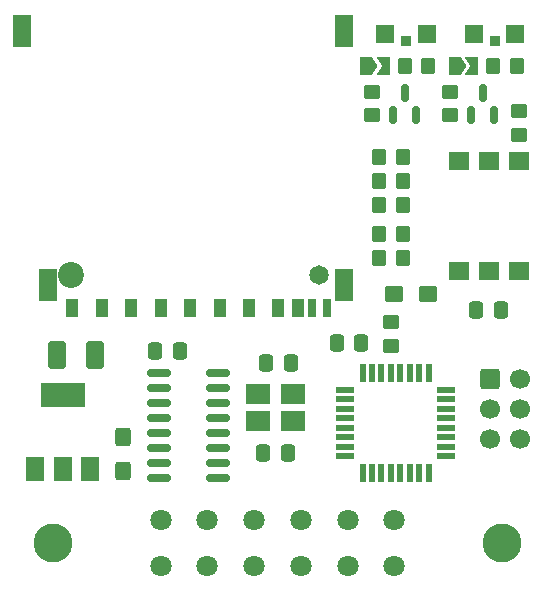
<source format=gbr>
%TF.GenerationSoftware,KiCad,Pcbnew,7.0.8*%
%TF.CreationDate,2023-11-03T15:22:21-05:00*%
%TF.ProjectId,tapecart-sd-vertical,74617065-6361-4727-942d-73642d766572,rev?*%
%TF.SameCoordinates,Original*%
%TF.FileFunction,Soldermask,Top*%
%TF.FilePolarity,Negative*%
%FSLAX46Y46*%
G04 Gerber Fmt 4.6, Leading zero omitted, Abs format (unit mm)*
G04 Created by KiCad (PCBNEW 7.0.8) date 2023-11-03 15:22:21*
%MOMM*%
%LPD*%
G01*
G04 APERTURE LIST*
G04 Aperture macros list*
%AMRoundRect*
0 Rectangle with rounded corners*
0 $1 Rounding radius*
0 $2 $3 $4 $5 $6 $7 $8 $9 X,Y pos of 4 corners*
0 Add a 4 corners polygon primitive as box body*
4,1,4,$2,$3,$4,$5,$6,$7,$8,$9,$2,$3,0*
0 Add four circle primitives for the rounded corners*
1,1,$1+$1,$2,$3*
1,1,$1+$1,$4,$5*
1,1,$1+$1,$6,$7*
1,1,$1+$1,$8,$9*
0 Add four rect primitives between the rounded corners*
20,1,$1+$1,$2,$3,$4,$5,0*
20,1,$1+$1,$4,$5,$6,$7,0*
20,1,$1+$1,$6,$7,$8,$9,0*
20,1,$1+$1,$8,$9,$2,$3,0*%
%AMFreePoly0*
4,1,6,1.000000,0.000000,0.500000,-0.750000,-0.500000,-0.750000,-0.500000,0.750000,0.500000,0.750000,1.000000,0.000000,1.000000,0.000000,$1*%
%AMFreePoly1*
4,1,6,0.500000,-0.750000,-0.650000,-0.750000,-0.150000,0.000000,-0.650000,0.750000,0.500000,0.750000,0.500000,-0.750000,0.500000,-0.750000,$1*%
G04 Aperture macros list end*
%ADD10R,1.600000X0.550000*%
%ADD11R,0.550000X1.600000*%
%ADD12RoundRect,0.250000X0.425000X-0.537500X0.425000X0.537500X-0.425000X0.537500X-0.425000X-0.537500X0*%
%ADD13RoundRect,0.150000X0.150000X-0.587500X0.150000X0.587500X-0.150000X0.587500X-0.150000X-0.587500X0*%
%ADD14RoundRect,0.250000X0.350000X0.450000X-0.350000X0.450000X-0.350000X-0.450000X0.350000X-0.450000X0*%
%ADD15RoundRect,0.250000X0.337500X0.475000X-0.337500X0.475000X-0.337500X-0.475000X0.337500X-0.475000X0*%
%ADD16RoundRect,0.250000X-0.450000X0.350000X-0.450000X-0.350000X0.450000X-0.350000X0.450000X0.350000X0*%
%ADD17FreePoly0,0.000000*%
%ADD18FreePoly1,0.000000*%
%ADD19R,0.900000X0.900000*%
%ADD20R,1.500000X1.500000*%
%ADD21R,2.100000X1.800000*%
%ADD22R,1.000000X1.500000*%
%ADD23R,0.700000X1.500000*%
%ADD24R,1.500000X2.800000*%
%ADD25C,1.650000*%
%ADD26C,2.200000*%
%ADD27RoundRect,0.250000X-0.537500X-0.425000X0.537500X-0.425000X0.537500X0.425000X-0.537500X0.425000X0*%
%ADD28RoundRect,0.250000X-0.600000X-0.600000X0.600000X-0.600000X0.600000X0.600000X-0.600000X0.600000X0*%
%ADD29C,1.700000*%
%ADD30RoundRect,0.250001X0.499999X0.924999X-0.499999X0.924999X-0.499999X-0.924999X0.499999X-0.924999X0*%
%ADD31R,1.780000X1.520000*%
%ADD32R,1.500000X2.000000*%
%ADD33R,3.800000X2.000000*%
%ADD34RoundRect,0.150000X-0.825000X-0.150000X0.825000X-0.150000X0.825000X0.150000X-0.825000X0.150000X0*%
%ADD35C,3.300000*%
%ADD36C,1.800000*%
G04 APERTURE END LIST*
D10*
%TO.C,U1*%
X162755000Y-115056000D03*
X162755000Y-115856000D03*
X162755000Y-116656000D03*
X162755000Y-117456000D03*
X162755000Y-118256000D03*
X162755000Y-119056000D03*
X162755000Y-119856000D03*
X162755000Y-120656000D03*
D11*
X164205000Y-122106000D03*
X165005000Y-122106000D03*
X165805000Y-122106000D03*
X166605000Y-122106000D03*
X167405000Y-122106000D03*
X168205000Y-122106000D03*
X169005000Y-122106000D03*
X169805000Y-122106000D03*
D10*
X171255000Y-120656000D03*
X171255000Y-119856000D03*
X171255000Y-119056000D03*
X171255000Y-118256000D03*
X171255000Y-117456000D03*
X171255000Y-116656000D03*
X171255000Y-115856000D03*
X171255000Y-115056000D03*
D11*
X169805000Y-113606000D03*
X169005000Y-113606000D03*
X168205000Y-113606000D03*
X167405000Y-113606000D03*
X166605000Y-113606000D03*
X165805000Y-113606000D03*
X165005000Y-113606000D03*
X164205000Y-113606000D03*
%TD*%
D12*
%TO.C,C7*%
X143891000Y-121960500D03*
X143891000Y-119085500D03*
%TD*%
D13*
%TO.C,Q2*%
X173421000Y-91791000D03*
X175321000Y-91791000D03*
X174371000Y-89916000D03*
%TD*%
D14*
%TO.C,R9*%
X167624000Y-101854000D03*
X165624000Y-101854000D03*
%TD*%
D15*
%TO.C,C6*%
X148738500Y-111760000D03*
X146663500Y-111760000D03*
%TD*%
D16*
%TO.C,R2*%
X164973000Y-89805000D03*
X164973000Y-91805000D03*
%TD*%
D14*
%TO.C,R4*%
X169783000Y-87630000D03*
X167783000Y-87630000D03*
%TD*%
D17*
%TO.C,JP2*%
X172032000Y-87630000D03*
D18*
X173482000Y-87630000D03*
%TD*%
D14*
%TO.C,R11*%
X167624000Y-95377000D03*
X165624000Y-95377000D03*
%TD*%
D19*
%TO.C,D1*%
X167894000Y-85513000D03*
D20*
X169644000Y-84963000D03*
X166144000Y-84963000D03*
%TD*%
D15*
%TO.C,C2*%
X158136500Y-112776000D03*
X156061500Y-112776000D03*
%TD*%
D14*
%TO.C,R5*%
X177276000Y-87630000D03*
X175276000Y-87630000D03*
%TD*%
D17*
%TO.C,JP1*%
X164539000Y-87630000D03*
D18*
X165989000Y-87630000D03*
%TD*%
D16*
%TO.C,R1*%
X166624000Y-109347000D03*
X166624000Y-111347000D03*
%TD*%
D13*
%TO.C,Q1*%
X166817000Y-91791000D03*
X168717000Y-91791000D03*
X167767000Y-89916000D03*
%TD*%
D21*
%TO.C,Y1*%
X155395000Y-117736000D03*
X158295000Y-117736000D03*
X158295000Y-115436000D03*
X155395000Y-115436000D03*
%TD*%
D14*
%TO.C,R8*%
X167624000Y-99441000D03*
X165624000Y-99441000D03*
%TD*%
D22*
%TO.C,J3*%
X142131000Y-108146000D03*
X144631000Y-108146000D03*
X147131000Y-108146000D03*
X149631000Y-108146000D03*
X152131000Y-108146000D03*
X154631000Y-108146000D03*
X157061000Y-108146000D03*
X158761000Y-108146000D03*
X139631000Y-108146000D03*
D23*
X159961000Y-108146000D03*
X161161000Y-108146000D03*
D24*
X162656000Y-84646000D03*
X135356000Y-84646000D03*
X162656000Y-106146000D03*
X137556000Y-106146000D03*
D25*
X160506000Y-105346000D03*
D26*
X139506000Y-105346000D03*
%TD*%
D27*
%TO.C,C5*%
X166837500Y-106934000D03*
X169712500Y-106934000D03*
%TD*%
D28*
%TO.C,J2*%
X175006000Y-114173000D03*
D29*
X177546000Y-114173000D03*
X175006000Y-116713000D03*
X177546000Y-116713000D03*
X175006000Y-119253000D03*
X177546000Y-119253000D03*
%TD*%
D14*
%TO.C,R7*%
X167624000Y-97409000D03*
X165624000Y-97409000D03*
%TD*%
D16*
%TO.C,R6*%
X177419000Y-91456000D03*
X177419000Y-93456000D03*
%TD*%
D30*
%TO.C,C8*%
X141579000Y-112141000D03*
X138329000Y-112141000D03*
%TD*%
D15*
%TO.C,C1*%
X175916500Y-108331000D03*
X173841500Y-108331000D03*
%TD*%
D16*
%TO.C,R3*%
X171577000Y-89805000D03*
X171577000Y-91805000D03*
%TD*%
D14*
%TO.C,R10*%
X167624000Y-103886000D03*
X165624000Y-103886000D03*
%TD*%
D19*
%TO.C,D2*%
X175387000Y-85513000D03*
D20*
X177137000Y-84963000D03*
X173637000Y-84963000D03*
%TD*%
D31*
%TO.C,OK1*%
X177419000Y-95685000D03*
X174879000Y-95685000D03*
X172339000Y-95685000D03*
X172339000Y-104975000D03*
X174879000Y-104975000D03*
X177419000Y-104975000D03*
%TD*%
D15*
%TO.C,C3*%
X157882500Y-120396000D03*
X155807500Y-120396000D03*
%TD*%
%TO.C,C4*%
X164105500Y-111125000D03*
X162030500Y-111125000D03*
%TD*%
D32*
%TO.C,U3*%
X136511000Y-121768000D03*
X138811000Y-121768000D03*
D33*
X138811000Y-115468000D03*
D32*
X141111000Y-121768000D03*
%TD*%
D34*
%TO.C,U2*%
X147004000Y-113665000D03*
X147004000Y-114935000D03*
X147004000Y-116205000D03*
X147004000Y-117475000D03*
X147004000Y-118745000D03*
X147004000Y-120015000D03*
X147004000Y-121285000D03*
X147004000Y-122555000D03*
X151954000Y-122555000D03*
X151954000Y-121285000D03*
X151954000Y-120015000D03*
X151954000Y-118745000D03*
X151954000Y-117475000D03*
X151954000Y-116205000D03*
X151954000Y-114935000D03*
X151954000Y-113665000D03*
%TD*%
D35*
%TO.C,J1*%
X176025000Y-128016000D03*
X137975000Y-128016000D03*
D36*
X147100000Y-126036000D03*
X151060000Y-126036000D03*
X155020000Y-126036000D03*
X158980000Y-126036000D03*
X162940000Y-126036000D03*
X166900000Y-126036000D03*
X147100000Y-129996000D03*
X151060000Y-129996000D03*
X155020000Y-129996000D03*
X158980000Y-129996000D03*
X162940000Y-129996000D03*
X166900000Y-129996000D03*
%TD*%
M02*

</source>
